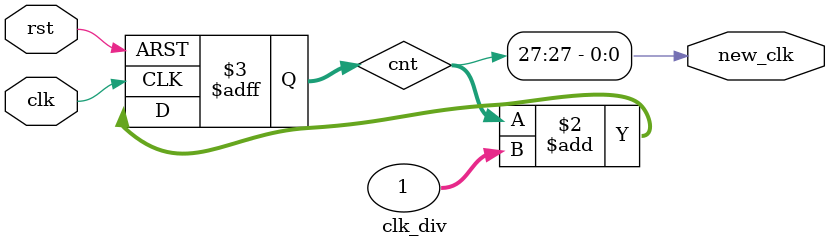
<source format=v>
`timescale 1ns / 1ps


module clk_div( input clk, input rst, output new_clk);

reg [31:0] cnt;

always @(posedge clk or posedge rst)
begin
    if (rst)
        cnt = 0;
    else
        cnt = cnt + 1;
end

assign new_clk = cnt[27];

endmodule

</source>
